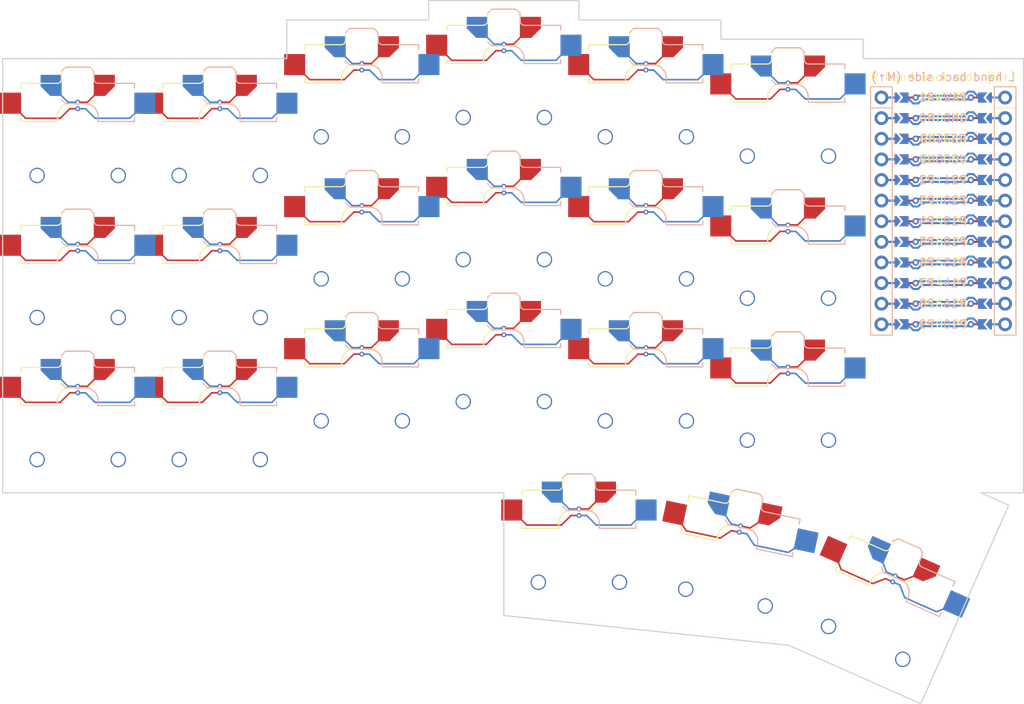
<source format=kicad_pcb>
(kicad_pcb (version 20240108) (generator "ergogen") (generator_version "4.1.0")
  (title_block (title "main") (date "2024-12-24") (rev "v1.0.0") (company "Unknown"))
  (layers (0 "F.Cu" signal) (31 "B.Cu" signal) (34 "B.Paste" user) (35 "F.Paste" user) (36 "B.SilkS" user "B.Silkscreen") (37 "F.SilkS" user "F.Silkscreen") (38 "B.Mask" user) (39 "F.Mask" user) (44 "Edge.Cuts" user))
  (net 0 "")
  (net 1 "outer_bottom")
  (net 2 "GND")
  (net 3 "D1")
  (net 4 "D2")
  (net 5 "outer_home")
  (net 6 "outer_top")
  (net 7 "pinky_bottom")
  (net 8 "pinky_home")
  (net 9 "pinky_top")
  (net 10 "ring_bottom")
  (net 11 "ring_home")
  (net 12 "ring_top")
  (net 13 "middle_bottom")
  (net 14 "middle_home")
  (net 15 "middle_top")
  (net 16 "index_bottom")
  (net 17 "index_home")
  (net 18 "index_top")
  (net 19 "inner_bottom")
  (net 20 "inner_home")
  (net 21 "inner_top")
  (net 22 "outer_cluster")
  (net 23 "middle_cluster")
  (net 24 "inner_cluster")
  (net 25 "RAW")
  (net 26 "RST")
  (net 27 "VCC")
  (net 28 "P21")
  (net 29 "P20")
  (net 30 "P19")
  (net 31 "P18")
  (net 32 "P15")
  (net 33 "P14")
  (net 34 "P16")
  (net 35 "P10")
  (net 36 "P1")
  (net 37 "P0")
  (net 38 "P2")
  (net 39 "P3")
  (net 40 "P4")
  (net 41 "P5")
  (net 42 "P6")
  (net 43 "P7")
  (net 44 "P8")
  (net 45 "P9")
  (net 46 "P101")
  (net 47 "P102")
  (net 48 "P107")
  (net 49 "MCU1_24")
  (net 50 "MCU1_1")
  (net 51 "MCU1_23")
  (net 52 "MCU1_2")
  (net 53 "MCU1_22")
  (net 54 "MCU1_3")
  (net 55 "MCU1_21")
  (net 56 "MCU1_4")
  (net 57 "MCU1_20")
  (net 58 "MCU1_5")
  (net 59 "MCU1_19")
  (net 60 "MCU1_6")
  (net 61 "MCU1_18")
  (net 62 "MCU1_7")
  (net 63 "MCU1_17")
  (net 64 "MCU1_8")
  (net 65 "MCU1_16")
  (net 66 "MCU1_9")
  (net 67 "MCU1_15")
  (net 68 "MCU1_10")
  (net 69 "MCU1_14")
  (net 70 "MCU1_11")
  (net 71 "MCU1_13")
  (net 72 "MCU1_12")
  (footprint "ceoloide:switch_choc_v1_v2" (layer "B.Cu") (at 0 0 0)
    (property "Reference" "S1" hide)
  )
  (segment (start 3.275 -5.95) (end 1.2 -3.875) (width 0.2) (layer "F.Cu") (net 0))
  (segment (start 1.2 -3.875) (end 0 -3.875) (width 0.2) (layer "F.Cu") (net 0))
  (via (at 0 -3.875) (size 0.6) (drill 0.3) (layers "F.Cu" "B.Cu") (net 0))
  (segment (start -1.2 -3.875) (end 0 -3.875) (width 0.2) (layer "B.Cu") (net 0))
  (segment (start -3.275 -5.95) (end -1.2 -3.875) (width 0.2) (layer "B.Cu") (net 0))
  (segment (start -6.421 -1.896) (end -2.154 -1.896) (width 0.2) (layer "F.Cu") (net 1))
  (segment (start -0.975 -3.075) (end 0 -3.075) (width 0.2) (layer "F.Cu") (net 1))
  (segment (start -8.275 -3.75) (end -6.421 -1.896) (width 0.2) (layer "F.Cu") (net 1))
  (segment (start -2.154 -1.896) (end -0.975 -3.075) (width 0.2) (layer "F.Cu") (net 1))
  (via (at 0 -3.075) (size 0.6) (drill 0.3) (layers "F.Cu" "B.Cu") (net 1))
  (segment (start 2.140166 -1.896) (end 0.961166 -3.075) (width 0.2) (layer "B.Cu") (net 1))
  (segment (start 6.421 -1.896) (end 2.140166 -1.896) (width 0.2) (layer "B.Cu") (net 1))
  (segment (start 0.961166 -3.075) (end 0 -3.075) (width 0.2) (layer "B.Cu") (net 1))
  (segment (start 8.275 -3.75) (end 6.421 -1.896) (width 0.2) (layer "B.Cu") (net 1))
  (footprint "ceoloide:switch_choc_v1_v2" (layer "B.Cu") (at 0 -17.5 0)
    (property "Reference" "S2" hide)
  )
  (segment (start 3.275 -23.45) (end 1.2 -21.375) (width 0.2) (layer "F.Cu") (net 0))
  (segment (start 1.2 -21.375) (end 0 -21.375) (width 0.2) (layer "F.Cu") (net 0))
  (via (at 0 -21.375) (size 0.6) (drill 0.3) (layers "F.Cu" "B.Cu") (net 0))
  (segment (start -1.2 -21.375) (end 0 -21.375) (width 0.2) (layer "B.Cu") (net 0))
  (segment (start -3.275 -23.45) (end -1.2 -21.375) (width 0.2) (layer "B.Cu") (net 0))
  (segment (start -6.421 -19.396) (end -2.154 -19.396) (width 0.2) (layer "F.Cu") (net 5))
  (segment (start -0.975 -20.575) (end 0 -20.575) (width 0.2) (layer "F.Cu") (net 5))
  (segment (start -8.275 -21.25) (end -6.421 -19.396) (width 0.2) (layer "F.Cu") (net 5))
  (segment (start -2.154 -19.396) (end -0.975 -20.575) (width 0.2) (layer "F.Cu") (net 5))
  (via (at 0 -20.575) (size 0.6) (drill 0.3) (layers "F.Cu" "B.Cu") (net 5))
  (segment (start 2.140166 -19.396) (end 0.961166 -20.575) (width 0.2) (layer "B.Cu") (net 5))
  (segment (start 6.421 -19.396) (end 2.140166 -19.396) (width 0.2) (layer "B.Cu") (net 5))
  (segment (start 0.961166 -20.575) (end 0 -20.575) (width 0.2) (layer "B.Cu") (net 5))
  (segment (start 8.275 -21.25) (end 6.421 -19.396) (width 0.2) (layer "B.Cu") (net 5))
  (footprint "ceoloide:switch_choc_v1_v2" (layer "B.Cu") (at 0 -35 0)
    (property "Reference" "S3" hide)
  )
  (segment (start 3.275 -40.95) (end 1.2 -38.875) (width 0.2) (layer "F.Cu") (net 0))
  (segment (start 1.2 -38.875) (end 0 -38.875) (width 0.2) (layer "F.Cu") (net 0))
  (via (at 0 -38.875) (size 0.6) (drill 0.3) (layers "F.Cu" "B.Cu") (net 0))
  (segment (start -1.2 -38.875) (end 0 -38.875) (width 0.2) (layer "B.Cu") (net 0))
  (segment (start -3.275 -40.95) (end -1.2 -38.875) (width 0.2) (layer "B.Cu") (net 0))
  (segment (start -6.421 -36.896) (end -2.154 -36.896) (width 0.2) (layer "F.Cu") (net 6))
  (segment (start -0.975 -38.075) (end 0 -38.075) (width 0.2) (layer "F.Cu") (net 6))
  (segment (start -8.275 -38.75) (end -6.421 -36.896) (width 0.2) (layer "F.Cu") (net 6))
  (segment (start -2.154 -36.896) (end -0.975 -38.075) (width 0.2) (layer "F.Cu") (net 6))
  (via (at 0 -38.075) (size 0.6) (drill 0.3) (layers "F.Cu" "B.Cu") (net 6))
  (segment (start 2.140166 -36.896) (end 0.961166 -38.075) (width 0.2) (layer "B.Cu") (net 6))
  (segment (start 6.421 -36.896) (end 2.140166 -36.896) (width 0.2) (layer "B.Cu") (net 6))
  (segment (start 0.961166 -38.075) (end 0 -38.075) (width 0.2) (layer "B.Cu") (net 6))
  (segment (start 8.275 -38.75) (end 6.421 -36.896) (width 0.2) (layer "B.Cu") (net 6))
  (footprint "ceoloide:switch_choc_v1_v2" (layer "B.Cu") (at 17.5 0 0)
    (property "Reference" "S4" hide)
  )
  (segment (start 20.775 -5.95) (end 18.7 -3.875) (width 0.2) (layer "F.Cu") (net 0))
  (segment (start 18.7 -3.875) (end 17.5 -3.875) (width 0.2) (layer "F.Cu") (net 0))
  (via (at 17.5 -3.875) (size 0.6) (drill 0.3) (layers "F.Cu" "B.Cu") (net 0))
  (segment (start 16.3 -3.875) (end 17.5 -3.875) (width 0.2) (layer "B.Cu") (net 0))
  (segment (start 14.225 -5.95) (end 16.3 -3.875) (width 0.2) (layer "B.Cu") (net 0))
  (segment (start 11.079 -1.896) (end 15.346 -1.896) (width 0.2) (layer "F.Cu") (net 7))
  (segment (start 16.525 -3.075) (end 17.5 -3.075) (width 0.2) (layer "F.Cu") (net 7))
  (segment (start 9.225 -3.75) (end 11.079 -1.896) (width 0.2) (layer "F.Cu") (net 7))
  (segment (start 15.346 -1.896) (end 16.525 -3.075) (width 0.2) (layer "F.Cu") (net 7))
  (via (at 17.5 -3.075) (size 0.6) (drill 0.3) (layers "F.Cu" "B.Cu") (net 7))
  (segment (start 19.640166 -1.896) (end 18.461166 -3.075) (width 0.2) (layer "B.Cu") (net 7))
  (segment (start 23.921 -1.896) (end 19.640166 -1.896) (width 0.2) (layer "B.Cu") (net 7))
  (segment (start 18.461166 -3.075) (end 17.5 -3.075) (width 0.2) (layer "B.Cu") (net 7))
  (segment (start 25.775 -3.75) (end 23.921 -1.896) (width 0.2) (layer "B.Cu") (net 7))
  (footprint "ceoloide:switch_choc_v1_v2" (layer "B.Cu") (at 17.5 -17.5 0)
    (property "Reference" "S5" hide)
  )
  (segment (start 20.775 -23.45) (end 18.7 -21.375) (width 0.2) (layer "F.Cu") (net 0))
  (segment (start 18.7 -21.375) (end 17.5 -21.375) (width 0.2) (layer "F.Cu") (net 0))
  (via (at 17.5 -21.375) (size 0.6) (drill 0.3) (layers "F.Cu" "B.Cu") (net 0))
  (segment (start 16.3 -21.375) (end 17.5 -21.375) (width 0.2) (layer "B.Cu") (net 0))
  (segment (start 14.225 -23.45) (end 16.3 -21.375) (width 0.2) (layer "B.Cu") (net 0))
  (segment (start 11.079 -19.396) (end 15.346 -19.396) (width 0.2) (layer "F.Cu") (net 8))
  (segment (start 16.525 -20.575) (end 17.5 -20.575) (width 0.2) (layer "F.Cu") (net 8))
  (segment (start 9.225 -21.25) (end 11.079 -19.396) (width 0.2) (layer "F.Cu") (net 8))
  (segment (start 15.346 -19.396) (end 16.525 -20.575) (width 0.2) (layer "F.Cu") (net 8))
  (via (at 17.5 -20.575) (size 0.6) (drill 0.3) (layers "F.Cu" "B.Cu") (net 8))
  (segment (start 19.640166 -19.396) (end 18.461166 -20.575) (width 0.2) (layer "B.Cu") (net 8))
  (segment (start 23.921 -19.396) (end 19.640166 -19.396) (width 0.2) (layer "B.Cu") (net 8))
  (segment (start 18.461166 -20.575) (end 17.5 -20.575) (width 0.2) (layer "B.Cu") (net 8))
  (segment (start 25.775 -21.25) (end 23.921 -19.396) (width 0.2) (layer "B.Cu") (net 8))
  (footprint "ceoloide:switch_choc_v1_v2" (layer "B.Cu") (at 17.5 -35 0)
    (property "Reference" "S6" hide)
  )
  (segment (start 20.775 -40.95) (end 18.7 -38.875) (width 0.2) (layer "F.Cu") (net 0))
  (segment (start 18.7 -38.875) (end 17.5 -38.875) (width 0.2) (layer "F.Cu") (net 0))
  (via (at 17.5 -38.875) (size 0.6) (drill 0.3) (layers "F.Cu" "B.Cu") (net 0))
  (segment (start 16.3 -38.875) (end 17.5 -38.875) (width 0.2) (layer "B.Cu") (net 0))
  (segment (start 14.225 -40.95) (end 16.3 -38.875) (width 0.2) (layer "B.Cu") (net 0))
  (segment (start 11.079 -36.896) (end 15.346 -36.896) (width 0.2) (layer "F.Cu") (net 9))
  (segment (start 16.525 -38.075) (end 17.5 -38.075) (width 0.2) (layer "F.Cu") (net 9))
  (segment (start 9.225 -38.75) (end 11.079 -36.896) (width 0.2) (layer "F.Cu") (net 9))
  (segment (start 15.346 -36.896) (end 16.525 -38.075) (width 0.2) (layer "F.Cu") (net 9))
  (via (at 17.5 -38.075) (size 0.6) (drill 0.3) (layers "F.Cu" "B.Cu") (net 9))
  (segment (start 19.640166 -36.896) (end 18.461166 -38.075) (width 0.2) (layer "B.Cu") (net 9))
  (segment (start 23.921 -36.896) (end 19.640166 -36.896) (width 0.2) (layer "B.Cu") (net 9))
  (segment (start 18.461166 -38.075) (end 17.5 -38.075) (width 0.2) (layer "B.Cu") (net 9))
  (segment (start 25.775 -38.75) (end 23.921 -36.896) (width 0.2) (layer "B.Cu") (net 9))
  (footprint "ceoloide:switch_choc_v1_v2" (layer "B.Cu") (at 35 -4.762 0)
    (property "Reference" "S7" hide)
  )
  (segment (start 38.275 -10.712) (end 36.2 -8.637) (width 0.2) (layer "F.Cu") (net 0))
  (segment (start 36.2 -8.637) (end 35 -8.637) (width 0.2) (layer "F.Cu") (net 0))
  (via (at 35 -8.637) (size 0.6) (drill 0.3) (layers "F.Cu" "B.Cu") (net 0))
  (segment (start 33.8 -8.637) (end 35 -8.637) (width 0.2) (layer "B.Cu") (net 0))
  (segment (start 31.725 -10.712) (end 33.8 -8.637) (width 0.2) (layer "B.Cu") (net 0))
  (segment (start 28.579 -6.6579999999999995) (end 32.846000000000004 -6.6579999999999995) (width 0.2) (layer "F.Cu") (net 10))
  (segment (start 34.025 -7.837) (end 35 -7.837) (width 0.2) (layer "F.Cu") (net 10))
  (segment (start 26.725 -8.512) (end 28.579 -6.6579999999999995) (width 0.2) (layer "F.Cu") (net 10))
  (segment (start 32.846000000000004 -6.6579999999999995) (end 34.025 -7.837) (width 0.2) (layer "F.Cu") (net 10))
  (via (at 35 -7.837) (size 0.6) (drill 0.3) (layers "F.Cu" "B.Cu") (net 10))
  (segment (start 37.140166 -6.6579999999999995) (end 35.961166 -7.837) (width 0.2) (layer "B.Cu") (net 10))
  (segment (start 41.421 -6.6579999999999995) (end 37.140166 -6.6579999999999995) (width 0.2) (layer "B.Cu") (net 10))
  (segment (start 35.961166 -7.837) (end 35 -7.837) (width 0.2) (layer "B.Cu") (net 10))
  (segment (start 43.275 -8.512) (end 41.421 -6.6579999999999995) (width 0.2) (layer "B.Cu") (net 10))
  (footprint "ceoloide:switch_choc_v1_v2" (layer "B.Cu") (at 35 -22.262 0)
    (property "Reference" "S8" hide)
  )
  (segment (start 38.275 -28.212) (end 36.2 -26.137) (width 0.2) (layer "F.Cu") (net 0))
  (segment (start 36.2 -26.137) (end 35 -26.137) (width 0.2) (layer "F.Cu") (net 0))
  (via (at 35 -26.137) (size 0.6) (drill 0.3) (layers "F.Cu" "B.Cu") (net 0))
  (segment (start 33.8 -26.137) (end 35 -26.137) (width 0.2) (layer "B.Cu") (net 0))
  (segment (start 31.725 -28.212) (end 33.8 -26.137) (width 0.2) (layer "B.Cu") (net 0))
  (segment (start 28.579 -24.158) (end 32.846000000000004 -24.158) (width 0.2) (layer "F.Cu") (net 11))
  (segment (start 34.025 -25.337) (end 35 -25.337) (width 0.2) (layer "F.Cu") (net 11))
  (segment (start 26.725 -26.012) (end 28.579 -24.158) (width 0.2) (layer "F.Cu") (net 11))
  (segment (start 32.846000000000004 -24.158) (end 34.025 -25.337) (width 0.2) (layer "F.Cu") (net 11))
  (via (at 35 -25.337) (size 0.6) (drill 0.3) (layers "F.Cu" "B.Cu") (net 11))
  (segment (start 37.140166 -24.158) (end 35.961166 -25.337) (width 0.2) (layer "B.Cu") (net 11))
  (segment (start 41.421 -24.158) (end 37.140166 -24.158) (width 0.2) (layer "B.Cu") (net 11))
  (segment (start 35.961166 -25.337) (end 35 -25.337) (width 0.2) (layer "B.Cu") (net 11))
  (segment (start 43.275 -26.012) (end 41.421 -24.158) (width 0.2) (layer "B.Cu") (net 11))
  (footprint "ceoloide:switch_choc_v1_v2" (layer "B.Cu") (at 35 -39.762 0)
    (property "Reference" "S9" hide)
  )
  (segment (start 38.275 -45.712) (end 36.2 -43.637) (width 0.2) (layer "F.Cu") (net 0))
  (segment (start 36.2 -43.637) (end 35 -43.637) (width 0.2) (layer "F.Cu") (net 0))
  (via (at 35 -43.637) (size 0.6) (drill 0.3) (layers "F.Cu" "B.Cu") (net 0))
  (segment (start 33.8 -43.637) (end 35 -43.637) (width 0.2) (layer "B.Cu") (net 0))
  (segment (start 31.725 -45.712) (end 33.8 -43.637) (width 0.2) (layer "B.Cu") (net 0))
  (segment (start 28.579 -41.658) (end 32.846000000000004 -41.658) (width 0.2) (layer "F.Cu") (net 12))
  (segment (start 34.025 -42.837) (end 35 -42.837) (width 0.2) (layer "F.Cu") (net 12))
  (segment (start 26.725 -43.512) (end 28.579 -41.658) (width 0.2) (layer "F.Cu") (net 12))
  (segment (start 32.846000000000004 -41.658) (end 34.025 -42.837) (width 0.2) (layer "F.Cu") (net 12))
  (via (at 35 -42.837) (size 0.6) (drill 0.3) (layers "F.Cu" "B.Cu") (net 12))
  (segment (start 37.140166 -41.658) (end 35.961166 -42.837) (width 0.2) (layer "B.Cu") (net 12))
  (segment (start 41.421 -41.658) (end 37.140166 -41.658) (width 0.2) (layer "B.Cu") (net 12))
  (segment (start 35.961166 -42.837) (end 35 -42.837) (width 0.2) (layer "B.Cu") (net 12))
  (segment (start 43.275 -43.512) (end 41.421 -41.658) (width 0.2) (layer "B.Cu") (net 12))
  (footprint "ceoloide:switch_choc_v1_v2" (layer "B.Cu") (at 52.5 -7.143 0)
    (property "Reference" "S10" hide)
  )
  (segment (start 55.775 -13.093) (end 53.7 -11.018) (width 0.2) (layer "F.Cu") (net 0))
  (segment (start 53.7 -11.018) (end 52.5 -11.018) (width 0.2) (layer "F.Cu") (net 0))
  (via (at 52.5 -11.018) (size 0.6) (drill 0.3) (layers "F.Cu" "B.Cu") (net 0))
  (segment (start 51.3 -11.018) (end 52.5 -11.018) (width 0.2) (layer "B.Cu") (net 0))
  (segment (start 49.225 -13.093) (end 51.3 -11.018) (width 0.2) (layer "B.Cu") (net 0))
  (segment (start 46.079 -9.039) (end 50.346000000000004 -9.039) (width 0.2) (layer "F.Cu") (net 13))
  (segment (start 51.525 -10.218) (end 52.5 -10.218) (width 0.2) (layer "F.Cu") (net 13))
  (segment (start 44.225 -10.893) (end 46.079 -9.039) (width 0.2) (layer "F.Cu") (net 13))
  (segment (start 50.346000000000004 -9.039) (end 51.525 -10.218) (width 0.2) (layer "F.Cu") (net 13))
  (via (at 52.5 -10.218) (size 0.6) (drill 0.3) (layers "F.Cu" "B.Cu") (net 13))
  (segment (start 54.640166 -9.039) (end 53.461166 -10.218) (width 0.2) (layer "B.Cu") (net 13))
  (segment (start 58.921 -9.039) (end 54.640166 -9.039) (width 0.2) (layer "B.Cu") (net 13))
  (segment (start 53.461166 -10.218) (end 52.5 -10.218) (width 0.2) (layer "B.Cu") (net 13))
  (segment (start 60.775 -10.893) (end 58.921 -9.039) (width 0.2) (layer "B.Cu") (net 13))
  (footprint "ceoloide:switch_choc_v1_v2" (layer "B.Cu") (at 52.5 -24.643 0)
    (property "Reference" "S11" hide)
  )
  (segment (start 55.775 -30.593) (end 53.7 -28.518) (width 0.2) (layer "F.Cu") (net 0))
  (segment (start 53.7 -28.518) (end 52.5 -28.518) (width 0.2) (layer "F.Cu") (net 0))
  (via (at 52.5 -28.518) (size 0.6) (drill 0.3) (layers "F.Cu" "B.Cu") (net 0))
  (segment (start 51.3 -28.518) (end 52.5 -28.518) (width 0.2) (layer "B.Cu") (net 0))
  (segment (start 49.225 -30.593) (end 51.3 -28.518) (width 0.2) (layer "B.Cu") (net 0))
  (segment (start 46.079 -26.539) (end 50.346000000000004 -26.539) (width 0.2) (layer "F.Cu") (net 14))
  (segment (start 51.525 -27.718) (end 52.5 -27.718) (width 0.2) (layer "F.Cu") (net 14))
  (segment (start 44.225 -28.393) (end 46.079 -26.539) (width 0.2) (layer "F.Cu") (net 14))
  (segment (start 50.346000000000004 -26.539) (end 51.525 -27.718) (width 0.2) (layer "F.Cu") (net 14))
  (via (at 52.5 -27.718) (size 0.6) (drill 0.3) (layers "F.Cu" "B.Cu") (net 14))
  (segment (start 54.640166 -26.539) (end 53.461166 -27.718) (width 0.2) (layer "B.Cu") (net 14))
  (segment (start 58.921 -26.539) (end 54.640166 -26.539) (width 0.2) (layer "B.Cu") (net 14))
  (segment (start 53.461166 -27.718) (end 52.5 -27.718) (width 0.2) (layer "B.Cu") (net 14))
  (segment (start 60.775 -28.393) (end 58.921 -26.539) (width 0.2) (layer "B.Cu") (net 14))
  (footprint "ceoloide:switch_choc_v1_v2" (layer "B.Cu") (at 52.5 -42.143 0)
    (property "Reference" "S12" hide)
  )
  (segment (start 55.775 -48.093) (end 53.7 -46.018) (width 0.2) (layer "F.Cu") (net 0))
  (segment (start 53.7 -46.018) (end 52.5 -46.018) (width 0.2) (layer "F.Cu") (net 0))
  (via (at 52.5 -46.018) (size 0.6) (drill 0.3) (layers "F.Cu" "B.Cu") (net 0))
  (segment (start 51.3 -46.018) (end 52.5 -46.018) (width 0.2) (layer "B.Cu") (net 0))
  (segment (start 49.225 -48.093) (end 51.3 -46.018) (width 0.2) (layer "B.Cu") (net 0))
  (segment (start 46.079 -44.039) (end 50.346000000000004 -44.039) (width 0.2) (layer "F.Cu") (net 15))
  (segment (start 51.525 -45.218) (end 52.5 -45.218) (width 0.2) (layer "F.Cu") (net 15))
  (segment (start 44.225 -45.893) (end 46.079 -44.039) (width 0.2) (layer "F.Cu") (net 15))
  (segment (start 50.346000000000004 -44.039) (end 51.525 -45.218) (width 0.2) (layer "F.Cu") (net 15))
  (via (at 52.5 -45.218) (size 0.6) (drill 0.3) (layers "F.Cu" "B.Cu") (net 15))
  (segment (start 54.640166 -44.039) (end 53.461166 -45.218) (width 0.2) (layer "B.Cu") (net 15))
  (segment (start 58.921 -44.039) (end 54.640166 -44.039) (width 0.2) (layer "B.Cu") (net 15))
  (segment (start 53.461166 -45.218) (end 52.5 -45.218) (width 0.2) (layer "B.Cu") (net 15))
  (segment (start 60.775 -45.893) (end 58.921 -44.039) (width 0.2) (layer "B.Cu") (net 15))
  (footprint "ceoloide:switch_choc_v1_v2" (layer "B.Cu") (at 70 -4.762 0)
    (property "Reference" "S13" hide)
  )
  (segment (start 73.275 -10.712) (end 71.2 -8.637) (width 0.2) (layer "F.Cu") (net 0))
  (segment (start 71.2 -8.637) (end 70 -8.637) (width 0.2) (layer "F.Cu") (net 0))
  (via (at 70 -8.637) (size 0.6) (drill 0.3) (layers "F.Cu" "B.Cu") (net 0))
  (segment (start 68.8 -8.637) (end 70 -8.637) (width 0.2) (layer "B.Cu") (net 0))
  (segment (start 66.725 -10.712) (end 68.8 -8.637) (width 0.2) (layer "B.Cu") (net 0))
  (segment (start 63.579 -6.6579999999999995) (end 67.846 -6.6579999999999995) (width 0.2) (layer "F.Cu") (net 16))
  (segment (start 69.025 -7.837) (end 70 -7.837) (width 0.2) (layer "F.Cu") (net 16))
  (segment (start 61.725 -8.512) (end 63.579 -6.6579999999999995) (width 0.2) (layer "F.Cu") (net 16))
  (segment (start 67.846 -6.6579999999999995) (end 69.025 -7.837) (width 0.2) (layer "F.Cu") (net 16))
  (via (at 70 -7.837) (size 0.6) (drill 0.3) (layers "F.Cu" "B.Cu") (net 16))
  (segment (start 72.140166 -6.6579999999999995) (end 70.961166 -7.837) (width 0.2) (layer "B.Cu") (net 16))
  (segment (start 76.421 -6.6579999999999995) (end 72.140166 -6.6579999999999995) (width 0.2) (layer "B.Cu") (net 16))
  (segment (start 70.961166 -7.837) (end 70 -7.837) (width 0.2) (layer "B.Cu") (net 16))
  (segment (start 78.275 -8.512) (end 76.421 -6.6579999999999995) (width 0.2) (layer "B.Cu") (net 16))
  (footprint "ceoloide:switch_choc_v1_v2" (layer "B.Cu") (at 70 -22.262 0)
    (property "Reference" "S14" hide)
  )
  (segment (start 73.275 -28.212) (end 71.2 -26.137) (width 0.2) (layer "F.Cu") (net 0))
  (segment (start 71.2 -26.137) (end 70 -26.137) (width 0.2) (layer "F.Cu") (net 0))
  (via (at 70 -26.137) (size 0.6) (drill 0.3) (layers "F.Cu" "B.Cu") (net 0))
  (segment (start 68.8 -26.137) (end 70 -26.137) (width 0.2) (layer "B.Cu") (net 0))
  (segment (start 66.725 -28.212) (end 68.8 -26.137) (width 0.2) (layer "B.Cu") (net 0))
  (segment (start 63.579 -24.158) (end 67.846 -24.158) (width 0.2) (layer "F.Cu") (net 17))
  (segment (start 69.025 -25.337) (end 70 -25.337) (width 0.2) (layer "F.Cu") (net 17))
  (segment (start 61.725 -26.012) (end 63.579 -24.158) (width 0.2) (layer "F.Cu") (net 17))
  (segment (start 67.846 -24.158) (end 69.025 -25.337) (width 0.2) (layer "F.Cu") (net 17))
  (via (at 70 -25.337) (size 0.6) (drill 0.3) (layers "F.Cu" "B.Cu") (net 17))
  (segment (start 72.140166 -24.158) (end 70.961166 -25.337) (width 0.2) (layer "B.Cu") (net 17))
  (segment (start 76.421 -24.158) (end 72.140166 -24.158) (width 0.2) (layer "B.Cu") (net 17))
  (segment (start 70.961166 -25.337) (end 70 -25.337) (width 0.2) (layer "B.Cu") (net 17))
  (segment (start 78.275 -26.012) (end 76.421 -24.158) (width 0.2) (layer "B.Cu") (net 17))
  (footprint "ceoloide:switch_choc_v1_v2" (layer "B.Cu") (at 70 -39.762 0)
    (property "Reference" "S15" hide)
  )
  (segment (start 73.275 -45.712) (end 71.2 -43.637) (width 0.2) (layer "F.Cu") (net 0))
  (segment (start 71.2 -43.637) (end 70 -43.637) (width 0.2) (layer "F.Cu") (net 0))
  (via (at 70 -43.637) (size 0.6) (drill 0.3) (layers "F.Cu" "B.Cu") (net 0))
  (segment (start 68.8 -43.637) (end 70 -43.637) (width 0.2) (layer "B.Cu") (net 0))
  (segment (start 66.725 -45.712) (end 68.8 -43.637) (width 0.2) (layer "B.Cu") (net 0))
  (segment (start 63.579 -41.658) (end 67.846 -41.658) (width 0.2) (layer "F.Cu") (net 18))
  (segment (start 69.025 -42.837) (end 70 -42.837) (width 0.2) (layer "F.Cu") (net 18))
  (segment (start 61.725 -43.512) (end 63.579 -41.658) (width 0.2) (layer "F.Cu") (net 18))
  (segment (start 67.846 -41.658) (end 69.025 -42.837) (width 0.2) (layer "F.Cu") (net 18))
  (via (at 70 -42.837) (size 0.6) (drill 0.3) (layers "F.Cu" "B.Cu") (net 18))
  (segment (start 72.140166 -41.658) (end 70.961166 -42.837) (width 0.2) (layer "B.Cu") (net 18))
  (segment (start 76.421 -41.658) (end 72.140166 -41.658) (width 0.2) (layer "B.Cu") (net 18))
  (segment (start 70.961166 -42.837) (end 70 -42.837) (width 0.2) (layer "B.Cu") (net 18))
  (segment (start 78.275 -43.512) (end 76.421 -41.658) (width 0.2) (layer "B.Cu") (net 18))
  (footprint "ceoloide:switch_choc_v1_v2" (layer "B.Cu") (at 87.5 -2.381 0)
    (property "Reference" "S16" hide)
  )
  (segment (start 90.775 -8.331) (end 88.7 -6.256) (width 0.2) (layer "F.Cu") (net 0))
  (segment (start 88.7 -6.256) (end 87.5 -6.256) (width 0.2) (layer "F.Cu") (net 0))
  (via (at 87.5 -6.256) (size 0.6) (drill 0.3) (layers "F.Cu" "B.Cu") (net 0))
  (segment (start 86.3 -6.256) (end 87.5 -6.256) (width 0.2) (layer "B.Cu") (net 0))
  (segment (start 84.225 -8.331) (end 86.3 -6.256) (width 0.2) (layer "B.Cu") (net 0))
  (segment (start 81.079 -4.276999999999999) (end 85.346 -4.276999999999999) (width 0.2) (layer "F.Cu") (net 19))
  (segment (start 86.525 -5.4559999999999995) (end 87.5 -5.4559999999999995) (width 0.2) (layer "F.Cu") (net 19))
  (segment (start 79.225 -6.131) (end 81.079 -4.276999999999999) (width 0.2) (layer "F.Cu") (net 19))
  (segment (start 85.346 -4.276999999999999) (end 86.525 -5.4559999999999995) (width 0.2) (layer "F.Cu") (net 19))
  (via (at 87.5 -5.4559999999999995) (size 0.6) (drill 0.3) (layers "F.Cu" "B.Cu") (net 19))
  (segment (start 89.640166 -4.276999999999999) (end 88.461166 -5.4559999999999995) (width 0.2) (layer "B.Cu") (net 19))
  (segment (start 93.921 -4.276999999999999) (end 89.640166 -4.276999999999999) (width 0.2) (layer "B.Cu") (net 19))
  (segment (start 88.461166 -5.4559999999999995) (end 87.5 -5.4559999999999995) (width 0.2) (layer "B.Cu") (net 19))
  (segment (start 95.775 -6.131) (end 93.921 -4.276999999999999) (width 0.2) (layer "B.Cu") (net 19))
  (footprint "ceoloide:switch_choc_v1_v2" (layer "B.Cu") (at 87.5 -19.881 0)
    (property "Reference" "S17" hide)
  )
  (segment (start 90.775 -25.831) (end 88.7 -23.756) (width 0.2) (layer "F.Cu") (net 0))
  (segment (start 88.7 -23.756) (end 87.5 -23.756) (width 0.2) (layer "F.Cu") (net 0))
  (via (at 87.5 -23.756) (size 0.6) (drill 0.3) (layers "F.Cu" "B.Cu") (net 0))
  (segment (start 86.3 -23.756) (end 87.5 -23.756) (width 0.2) (layer "B.Cu") (net 0))
  (segment (start 84.225 -25.831) (end 86.3 -23.756) (width 0.2) (layer "B.Cu") (net 0))
  (segment (start 81.079 -21.777) (end 85.346 -21.777) (width 0.2) (layer "F.Cu") (net 20))
  (segment (start 86.525 -22.956) (end 87.5 -22.956) (width 0.2) (layer "F.Cu") (net 20))
  (segment (start 79.225 -23.631) (end 81.079 -21.777) (width 0.2) (layer "F.Cu") (net 20))
  (segment (start 85.346 -21.777) (end 86.525 -22.956) (width 0.2) (layer "F.Cu") (net 20))
  (via (at 87.5 -22.956) (size 0.6) (drill 0.3) (layers "F.Cu" "B.Cu") (net 20))
  (segment (start 89.640166 -21.777) (end 88.461166 -22.956) (width 0.2) (layer "B.Cu") (net 20))
  (segment (start 93.921 -21.777) (end 89.640166 -21.777) (width 0.2) (layer "B.Cu") (net 20))
  (segment (start 88.461166 -22.956) (end 87.5 -22.956) (width 0.2) (layer "B.Cu") (net 20))
  (segment (start 95.775 -23.631) (end 93.921 -21.777) (width 0.2) (layer "B.Cu") (net 20))
  (footprint "ceoloide:switch_choc_v1_v2" (layer "B.Cu") (at 87.5 -37.381 0)
    (property "Reference" "S18" hide)
  )
  (segment (start 90.775 -43.331) (end 88.7 -41.256) (width 0.2) (layer "F.Cu") (net 0))
  (segment (start 88.7 -41.256) (end 87.5 -41.256) (width 0.2) (layer "F.Cu") (net 0))
  (via (at 87.5 -41.256) (size 0.6) (drill 0.3) (layers "F.Cu" "B.Cu") (net 0))
  (segment (start 86.3 -41.256) (end 87.5 -41.256) (width 0.2) (layer "B.Cu") (net 0))
  (segment (start 84.225 -43.331) (end 86.3 -41.256) (width 0.2) (layer "B.Cu") (net 0))
  (segment (start 81.079 -39.277) (end 85.346 -39.277) (width 0.2) (layer "F.Cu") (net 21))
  (segment (start 86.525 -40.456) (end 87.5 -40.456) (width 0.2) (layer "F.Cu") (net 21))
  (segment (start 79.225 -41.131) (end 81.079 -39.277) (width 0.2) (layer "F.Cu") (net 21))
  (segment (start 85.346 -39.277) (end 86.525 -40.456) (width 0.2) (layer "F.Cu") (net 21))
  (via (at 87.5 -40.456) (size 0.6) (drill 0.3) (layers "F.Cu" "B.Cu") (net 21))
  (segment (start 89.640166 -39.277) (end 88.461166 -40.456) (width 0.2) (layer "B.Cu") (net 21))
  (segment (start 93.921 -39.277) (end 89.640166 -39.277) (width 0.2) (layer "B.Cu") (net 21))
  (segment (start 88.461166 -40.456) (end 87.5 -40.456) (width 0.2) (layer "B.Cu") (net 21))
  (segment (start 95.775 -41.131) (end 93.921 -39.277) (width 0.2) (layer "B.Cu") (net 21))
  (footprint "ceoloide:switch_choc_v1_v2" (layer "B.Cu") (at 61.75 15.119 0)
    (property "Reference" "S19" hide)
  )
  (segment (start 65.025 9.169) (end 62.95 11.244) (width 0.2) (layer "F.Cu") (net 0))
  (segment (start 62.95 11.244) (end 61.75 11.244) (width 0.2) (layer "F.Cu") (net 0))
  (via (at 61.75 11.244) (size 0.6) (drill 0.3) (layers "F.Cu" "B.Cu") (net 0))
  (segment (start 60.55 11.244) (end 61.75 11.244) (width 0.2) (layer "B.Cu") (net 0))
  (segment (start 58.475 9.169) (end 60.55 11.244) (width 0.2) (layer "B.Cu") (net 0))
  (segment (start 55.329 13.222999999999999) (end 59.596000000000004 13.222999999999999) (width 0.2) (layer "F.Cu") (net 22))
  (segment (start 60.775 12.044) (end 61.75 12.044) (width 0.2) (layer "F.Cu") (net 22))
  (segment (start 53.475 11.369) (end 55.329 13.222999999999999) (width 0.2) (layer "F.Cu") (net 22))
  (segment (start 59.596000000000004 13.222999999999999) (end 60.775 12.044) (width 0.2) (layer "F.Cu") (net 22))
  (via (at 61.75 12.044) (size 0.6) (drill 0.3) (layers "F.Cu" "B.Cu") (net 22))
  (segment (start 63.890166 13.222999999999999) (end 62.711166 12.044) (width 0.2) (layer "B.Cu") (net 22))
  (segment (start 68.171 13.222999999999999) (end 63.890166 13.222999999999999) (width 0.2) (layer "B.Cu") (net 22))
  (segment (start 62.711166 12.044) (end 61.75 12.044) (width 0.2) (layer "B.Cu") (net 22))
  (segment (start 70.025 11.369) (end 68.171 13.222999999999999) (width 0.2) (layer "B.Cu") (net 22))
  (footprint "ceoloide:switch_choc_v1_v2" (layer "B.Cu") (at 80.87095550000001 17.1185716 -11.94)
    (property "Reference" "S20" hide)
  )
  (segment (start 85.3060794 11.974856899999999) (end 82.84668140000001 13.5756728) (width 0.2) (layer "F.Cu") (net 0))
  (segment (start 82.84668140000001 13.5756728) (end 81.67264360000001 13.327407999999998) (width 0.2) (layer "F.Cu") (net 0))
  (via (at 81.67264360000001 13.327407999999998) (size 0.6) (drill 0.3) (layers "F.Cu" "B.Cu") (net 0))
  (segment (start 80.4986059 13.079143299999998) (end 81.67264360000001 13.327407999999998) (width 0.2) (layer "B.Cu") (net 0))
  (segment (start 78.89779000000001 10.619745299999998) (end 80.4986059 13.079143299999998) (width 0.2) (layer "B.Cu") (net 0))
  (segment (start 74.9811334 13.9351688) (end 79.155816 14.8179568) (width 0.2) (layer "F.Cu") (net 23))
  (segment (start 80.5532282 13.9083848) (end 81.5071338 14.1100999) (width 0.2) (layer "F.Cu") (net 23))
  (segment (start 73.55081410000001 11.7377115) (end 74.9811334 13.9351688) (width 0.2) (layer "F.Cu") (net 23))
  (segment (start 79.155816 14.8179568) (end 80.5532282 13.9083848) (width 0.2) (layer "F.Cu") (net 23))
  (via (at 81.5071338 14.1100999) (size 0.6) (drill 0.3) (layers "F.Cu" "B.Cu") (net 23))
  (segment (start 83.3570768 15.706365) (end 82.4475048 14.3089529) (width 0.2) (layer "B.Cu") (net 23))
  (segment (start 87.5452941 16.592015099999998) (end 83.3570768 15.706365) (width 0.2) (layer "B.Cu") (net 23))
  (segment (start 82.4475048 14.3089529) (end 81.5071338 14.1100999) (width 0.2) (layer "B.Cu") (net 23))
  (segment (start 89.7427514 15.1616957) (end 87.5452941 16.592015099999998) (width 0.2) (layer "B.Cu") (net 23))
  (footprint "ceoloide:switch_choc_v1_v2" (layer "B.Cu") (at 99.1645391 23.0307643 -23.88)
    (property "Reference" "S21" hide)
  )
  (segment (start 104.5678772 18.915905600000002) (end 101.8305004 19.973269300000002) (width 0.2) (layer "F.Cu") (net 0))
  (segment (start 101.8305004 19.973269300000002) (end 100.733226 19.4874824) (width 0.2) (layer "F.Cu") (net 0))
  (via (at 100.733226 19.4874824) (size 0.6) (drill 0.3) (layers "F.Cu" "B.Cu") (net 0))
  (segment (start 99.6359516 19.0016955) (end 100.733226 19.4874824) (width 0.2) (layer "B.Cu") (net 0))
  (segment (start 98.5785879 16.2643187) (end 99.6359516 19.0016955) (width 0.2) (layer "B.Cu") (net 0))
  (segment (start 94.06075009999999 18.697706) (end 97.9624749 20.4250833) (width 0.2) (layer "F.Cu") (net 24))
  (segment (start 99.5178326 19.824296800000003) (end 100.4093681 20.2189987) (width 0.2) (layer "F.Cu") (net 24))
  (segment (start 93.1160019 16.2518763) (end 94.06075009999999 18.697706) (width 0.2) (layer "F.Cu") (net 24))
  (segment (start 97.9624749 20.4250833) (end 99.5178326 19.824296800000003) (width 0.2) (layer "F.Cu") (net 24))
  (via (at 100.4093681 20.2189987) (size 0.6) (drill 0.3) (layers "F.Cu" "B.Cu") (net 24))
  (segment (start 101.8890402 22.163458000000002) (end 101.28825379999999 20.608100200000003) (width 0.2) (layer "B.Cu") (net 24))
  (segment (start 105.8034148 23.8964356) (end 101.8890402 22.163458000000002) (width 0.2) (layer "B.Cu") (net 24))
  (segment (start 101.28825379999999 20.608100200000003) (end 100.4093681 20.2189987) (width 0.2) (layer "B.Cu") (net 24))
  (segment (start 108.2492445 22.9516874) (end 105.8034148 23.8964356) (width 0.2) (layer "B.Cu") (net 24))
  (footprint "ceoloide:mcu_supermini_nrf52840" (layer "F.Cu") (at 106.64 -26.75 0)
    (property "Reference" "MCU1" hide)
  )
  (segment (start 111.415 -39.45) (end 110.04 -39.45) (width 0.25) (layer "F.Cu"))
  (segment (start 101.865 -39.45) (end 103.24 -39.45) (width 0.25) (layer "F.Cu"))
  (segment (start 99.02 -39.45) (end 101.14 -39.45) (width 0.25) (layer "F.Cu"))
  (segment (start 99.02 -39.45) (end 101.14 -39.45) (width 0.25) (layer "B.Cu"))
  (segment (start 112.14 -39.45) (end 114.26 -39.45) (width 0.25) (layer "F.Cu"))
  (segment (start 114.26 -39.45) (end 112.14 -39.45) (width 0.25) (layer "B.Cu"))
  (segment (start 104.035305 -39.22) (end 109.81 -39.22) (width 0.25) (layer "B.Cu"))
  (segment (start 101.865 -39.45) (end 102.214695 -39.45) (width 0.25) (layer "B.Cu"))
  (segment (start 102.939695 -38.725) (end 103.540305 -38.725) (width 0.25) (layer "B.Cu"))
  (segment (start 102.214695 -39.45) (end 102.939695 -38.725) (width 0.25) (layer "B.Cu"))
  (segment (start 103.540305 -38.725) (end 104.035305 -39.22) (width 0.25) (layer "B.Cu"))
  (segment (start 111.415 -39.45) (end 111.065305 -39.45) (width 0.25) (layer "B.Cu"))
  (segment (start 109.234695 -39.67) (end 103.46 -39.67) (width 0.25) (layer "B.Cu"))
  (segment (start 111.065305 -39.45) (end 110.340305 -40.175) (width 0.25) (layer "B.Cu"))
  (segment (start 110.340305 -40.175) (end 109.739695 -40.175) (width 0.25) (layer "B.Cu"))
  (segment (start 109.739695 -40.175) (end 109.234695 -39.67) (width 0.25) (layer "B.Cu"))
  (segment (start 111.415 -36.91) (end 110.04 -36.91) (width 0.25) (layer "F.Cu"))
  (segment (start 101.865 -36.91) (end 103.24 -36.91) (width 0.25) (layer "F.Cu"))
  (segment (start 99.02 -36.91) (end 101.14 -36.91) (width 0.25) (layer "F.Cu"))
  (segment (start 99.02 -36.91) (end 101.14 -36.91) (width 0.25) (layer "B.Cu"))
  (segment (start 112.14 -36.91) (end 114.26 -36.91) (width 0.25) (layer "F.Cu"))
  (segment (start 114.26 -36.91) (end 112.14 -36.91) (width 0.25) (layer "B.Cu"))
  (segment (start 104.035305 -36.68) (end 109.81 -36.68) (width 0.25) (layer "B.Cu"))
  (segment (start 101.865 -36.91) (end 102.214695 -36.91) (width 0.25) (layer "B.Cu"))
  (segment (start 102.939695 -36.185) (end 103.540305 -36.185) (width 0.25) (layer "B.Cu"))
  (segment (start 102.214695 -36.91) (end 102.939695 -36.185) (width 0.25) (layer "B.Cu"))
  (segment (start 103.540305 -36.185) (end 104.035305 -36.68) (width 0.25) (layer "B.Cu"))
  (segment (start 111.415 -36.91) (end 111.065305 -36.91) (width 0.25) (layer "B.Cu"))
  (segment (start 109.234695 -37.13) (end 103.46 -37.13) (width 0.25) (layer "B.Cu"))
  (segment (start 111.065305 -36.91) (end 110.340305 -37.635) (width 0.25) (layer "B.Cu"))
  (segment (start 110.340305 -37.635) (end 109.739695 -37.635) (width 0.25) (layer "B.Cu"))
  (segment (start 109.739695 -37.635) (end 109.234695 -37.13) (width 0.25) (layer "B.Cu"))
  (segment (start 111.415 -34.37) (end 110.04 -34.37) (width 0.25) (layer "F.Cu"))
  (segment (start 101.865 -34.37) (end 103.24 -34.37) (width 0.25) (layer "F.Cu"))
  (segment (start 99.02 -34.37) (end 101.14 -34.37) (width 0.25) (layer "F.Cu"))
  (segment (start 99.02 -34.37) (end 101.14 -34.37) (width 0.25) (layer "B.Cu"))
  (segment (start 112.14 -34.37) (end 114.26 -34.37) (width 0.25) (layer "F.Cu"))
  (segment (start 114.26 -34.37) (end 112.14 -34.37) (width 0.25) (layer "B.Cu"))
  (segment (start 104.035305 -34.14) (end 109.81 -34.14) (width 0.25) (layer "B.Cu"))
  (segment (start 101.865 -34.37) (end 102.214695 -34.37) (width 0.25) (layer "B.Cu"))
  (segment (start 102.939695 -33.644999999999996) (end 103.540305 -33.644999999999996) (width 0.25) (layer "B.Cu"))
  (segment (start 102.214695 -34.37) (end 102.939695 -33.644999999999996) (width 0.25) (layer "B.Cu"))
  (segment (start 103.540305 -33.644999999999996) (end 104.035305 -34.14) (width 0.25) (layer "B.Cu"))
  (segment (start 111.415 -34.37) (end 111.065305 -34.37) (width 0.25) (layer "B.Cu"))
  (segment (start 109.234695 -34.59) (end 103.46 -34.59) (width 0.25) (layer "B.Cu"))
  (segment (start 111.065305 -34.37) (end 110.340305 -35.095) (width 0.25) (layer "B.Cu"))
  (segment (start 110.340305 -35.095) (end 109.739695 -35.095) (width 0.25) (layer "B.Cu"))
  (segment (start 109.739695 -35.095) (end 109.234695 -34.59) (width 0.25) (layer "B.Cu"))
  (segment (start 111.415 -31.83) (end 110.04 -31.83) (width 0.25) (layer "F.Cu"))
  (segment (start 101.865 -31.83) (end 103.24 -31.83) (width 0.25) (layer "F.Cu"))
  (segment (start 99.02 -31.83) (end 101.14 -31.83) (width 0.25) (layer "F.Cu"))
  (segment (start 99.02 -31.83) (end 101.14 -31.83) (width 0.25) (layer "B.Cu"))
  (segment (start 112.14 -31.83) (end 114.26 -31.83) (width 0.25) (layer "F.Cu"))
  (segment (start 114.26 -31.83) (end 112.14 -31.83) (width 0.25) (layer "B.Cu"))
  (segment (start 104.035305 -31.6) (end 109.81 -31.6) (width 0.25) (layer "B.Cu"))
  (segment (start 101.865 -31.83) (end 102.214695 -31.83) (width 0.25) (layer "B.Cu"))
  (segment (start 102.939695 -31.105) (end 103.540305 -31.105) (width 0.25) (layer "B.Cu"))
  (segment (start 102.214695 -31.83) (end 102.939695 -31.105) (width 0.25) (layer "B.Cu"))
  (segment (start 103.540305 -31.105) (end 104.035305 -31.6) (width 0.25) (layer "B.Cu"))
  (segment (start 111.415 -31.83) (end 111.065305 -31.83) (width 0.25) (layer "B.Cu"))
  (segment (start 109.234695 -32.05) (end 103.46 -32.05) (width 0.25) (layer "B.Cu"))
  (segment (start 111.065305 -31.83) (end 110.340305 -32.555) (width 0.25) (layer "B.Cu"))
  (segment (start 110.340305 -32.555) (end 109.739695 -32.555) (width 0.25) (layer "B.Cu"))
  (segment (start 109.739695 -32.555) (end 109.234695 -32.05) (width 0.25) (layer "B.Cu"))
  (segment (start 111.415 -29.29) (end 110.04 -29.29) (width 0.25) (layer "F.Cu"))
  (segment (start 101.865 -29.29) (end 103.24 -29.29) (width 0.25) (layer "F.Cu"))
  (segment (start 99.02 -29.29) (end 101.14 -29.29) (width 0.25) (layer "F.Cu"))
  (segment (start 99.02 -29.29) (end 101.14 -29.29) (width 0.25) (layer "B.Cu"))
  (segment (start 112.14 -29.29) (end 114.26 -29.29) (width 0.25) (layer "F.Cu"))
  (segment (start 114.26 -29.29) (end 112.14 -29.29) (width 0.25) (layer "B.Cu"))
  (segment (start 104.035305 -29.06) (end 109.81 -29.06) (width 0.25) (layer "B.Cu"))
  (segment (start 101.865 -29.29) (end 102.214695 -29.29) (width 0.25) (layer "B.Cu"))
  (segment (start 102.939695 -28.565) (end 103.540305 -28.565) (width 0.25) (layer "B.Cu"))
  (segment (start 102.214695 -29.29) (end 102.939695 -28.565) (width 0.25) (layer "B.Cu"))
  (segment (start 103.540305 -28.565) (end 104.035305 -29.06) (width 0.25) (layer "B.Cu"))
  (segment (start 111.415 -29.29) (end 111.065305 -29.29) (width 0.25) (layer "B.Cu"))
  (segment (start 109.234695 -29.509999999999998) (end 103.46 -29.509999999999998) (width 0.25) (layer "B.Cu"))
  (segment (start 111.065305 -29.29) (end 110.340305 -30.015) (width 0.25) (layer "B.Cu"))
  (segment (start 110.340305 -30.015) (end 109.739695 -30.015) (width 0.25) (layer "B.Cu"))
  (segment (start 109.739695 -30.015) (end 109.234695 -29.509999999999998) (width 0.25) (layer "B.Cu"))
  (segment (start 111.415 -26.75) (end 110.04 -26.75) (width 0.25) (layer "F.Cu"))
  (segment (start 101.865 -26.75) (end 103.24 -26.75) (width 0.25) (layer "F.Cu"))
  (segment (start 99.02 -26.75) (end 101.14 -26.75) (width 0.25) (layer "F.Cu"))
  (segment (start 99.02 -26.75) (end 101.14 -26.75) (width 0.25) (layer "B.Cu"))
  (segment (start 112.14 -26.75) (end 114.26 -26.75) (width 0.25) (layer "F.Cu"))
  (segment (start 114.26 -26.75) (end 112.14 -26.75) (width 0.25) (layer "B.Cu"))
  (segment (start 104.035305 -26.52) (end 109.81 -26.52) (width 0.25) (layer "B.Cu"))
  (segment (start 101.865 -26.75) (end 102.214695 -26.75) (width 0.25) (layer "B.Cu"))
  (segment (start 102.939695 -26.025) (end 103.540305 -26.025) (width 0.25) (layer "B.Cu"))
  (segment (start 102.214695 -26.75) (end 102.939695 -26.025) (width 0.25) (layer "B.Cu"))
  (segment (start 103.540305 -26.025) (end 104.035305 -26.52) (width 0.25) (layer "B.Cu"))
  (segment (start 111.415 -26.75) (end 111.065305 -26.75) (width 0.25) (layer "B.Cu"))
  (segment (start 109.234695 -26.97) (end 103.46 -26.97) (width 0.25) (layer "B.Cu"))
  (segment (start 111.065305 -26.75) (end 110.340305 -27.475) (width 0.25) (layer "B.Cu"))
  (segment (start 110.340305 -27.475) (end 109.739695 -27.475) (width 0.25) (layer "B.Cu"))
  (segment (start 109.739695 -27.475) (end 109.234695 -26.97) (width 0.25) (layer "B.Cu"))
  (segment (start 111.415 -24.21) (end 110.04 -24.21) (width 0.25) (layer "F.Cu"))
  (segment (start 101.865 -24.21) (end 103.24 -24.21) (width 0.25) (layer "F.Cu"))
  (segment (start 99.02 -24.21) (end 101.14 -24.21) (width 0.25) (layer "F.Cu"))
  (segment (start 99.02 -24.21) (end 101.14 -24.21) (width 0.25) (layer "B.Cu"))
  (segment (start 112.14 -24.21) (end 114.26 -24.21) (width 0.25) (layer "F.Cu"))
  (segment (start 114.26 -24.21) (end 112.14 -24.21) (width 0.25) (layer "B.Cu"))
  (segment (start 104.035305 -23.98) (end 109.81 -23.98) (width 0.25) (layer "B.Cu"))
  (segment (start 101.865 -24.21) (end 102.214695 -24.21) (width 0.25) (layer "B.Cu"))
  (segment (start 102.939695 -23.485) (end 103.540305 -23.485) (width 0.25) (layer "B.Cu"))
  (segment (start 102.214695 -24.21) (end 102.939695 -23.485) (width 0.25) (layer "B.Cu"))
  (segment (start 103.540305 -23.485) (end 104.035305 -23.98) (width 0.25) (layer "B.Cu"))
  (segment (start 111.415 -24.21) (end 111.065305 -24.21) (width 0.25) (layer "B.Cu"))
  (segment (start 109.234695 -24.43) (end 103.46 -24.43) (width 0.25) (layer "B.Cu"))
  (segment (start 111.065305 -24.21) (end 110.340305 -24.935) (width 0.25) (layer "B.Cu"))
  (segment (start 110.340305 -24.935) (end 109.739695 -24.935) (width 0.25) (layer "B.Cu"))
  (segment (start 109.739695 -24.935) (end 109.234695 -24.43) (width 0.25) (layer "B.Cu"))
  (segment (start 111.415 -21.67) (end 110.04 -21.67) (width 0.25) (layer "F.Cu"))
  (segment (start 101.865 -21.67) (end 103.24 -21.67) (width 0.25) (layer "F.Cu"))
  (segment (start 99.02 -21.67) (end 101.14 -21.67) (width 0.25) (layer "F.Cu"))
  (segment (start 99.02 -21.67) (end 101.14 -21.67) (width 0.25) (layer "B.Cu"))
  (segment (start 112.14 -21.67) (end 114.26 -21.67) (width 0.25) (layer "F.Cu"))
  (segment (start 114.26 -21.67) (end 112.14 -21.67) (width 0.25) (layer "B.Cu"))
  (segment (start 104.035305 -21.44) (end 109.81 -21.44) (width 0.25) (layer "B.Cu"))
  (segment (start 101.865 -21.67) (end 102.214695 -21.67) (width 0.25) (layer "B.Cu"))
  (segment (start 102.939695 -20.945) (end 103.540305 -20.945) (width 0.25) (layer "B.Cu"))
  (segment (start 102.214695 -21.67) (end 102.939695 -20.945) (width 0.25) (layer "B.Cu"))
  (segment (start 103.540305 -20.945) (end 104.035305 -21.44) (width 0.25) (layer "B.Cu"))
  (segment (start 111.415 -21.67) (end 111.065305 -21.67) (width 0.25) (layer "B.Cu"))
  (segment (start 109.234695 -21.89) (end 103.46 -21.89) (width 0.25) (layer "B.Cu"))
  (segment (start 111.065305 -21.67) (end 110.340305 -22.395) (width 0.25) (layer "B.Cu"))
  (segment (start 110.340305 -22.395) (end 109.739695 -22.395) (width 0.25) (layer "B.Cu"))
  (segment (start 109.739695 -22.395) (end 109.234695 -21.89) (width 0.25) (layer "B.Cu"))
  (segment (start 111.415 -19.13) (end 110.04 -19.13) (width 0.25) (layer "F.Cu"))
  (segment (start 101.865 -19.13) (end 103.24 -19.13) (width 0.25) (layer "F.Cu"))
  (segment (start 99.02 -19.13) (end 101.14 -19.13) (width 0.25) (layer "F.Cu"))
  (segment (start 99.02 -19.13) (end 101.14 -19.13) (width 0.25) (layer "B.Cu"))
  (segment (start 112.14 -19.13) (end 114.26 -19.13) (width 0.25) (layer "F.Cu"))
  (segment (start 114.26 -19.13) (end 112.14 -19.13) (width 0.25) (layer "B.Cu"))
  (segment (start 104.035305 -18.9) (end 109.81 -18.9) (width 0.25) (layer "B.Cu"))
  (segment (start 101.865 -19.13) (end 102.214695 -19.13) (width 0.25) (layer "B.Cu"))
  (segment (start 102.939695 -18.405) (end 103.540305 -18.405) (width 0.25) (layer "B.Cu"))
  (segment (start 102.214695 -19.13) (end 102.939695 -18.405) (width 0.25) (layer "B.Cu"))
  (segment (start 103.540305 -18.405) (end 104.035305 -18.9) (width 0.25) (layer "B.Cu"))
  (segment (start 111.415 -19.13) (end 111.065305 -19.13) (width 0.25) (layer "B.Cu"))
  (segment (start 109.234695 -19.35) (end 103.46 -19.35) (width 0.25) (layer "B.Cu"))
  (segment (start 111.065305 -19.13) (end 110.340305 -19.855) (width 0.25) (layer "B.Cu"))
  (segment (start 110.340305 -19.855) (end 109.739695 -19.855) (width 0.25) (layer "B.Cu"))
  (segment (start 109.739695 -19.855) (end 109.234695 -19.35) (width 0.25) (layer "B.Cu"))
  (segment (start 111.415 -16.59) (end 110.04 -16.59) (width 0.25) (layer "F.Cu"))
  (segment (start 101.865 -16.59) (end 103.24 -16.59) (width 0.25) (layer "F.Cu"))
  (segment (start 99.02 -16.59) (end 101.14 -16.59) (width 0.25) (layer "F.Cu"))
  (segment (start 99.02 -16.59) (end 101.14 -16.59) (width 0.25) (layer "B.Cu"))
  (segment (start 112.14 -16.59) (end 114.26 -16.59) (width 0.25) (layer "F.Cu"))
  (segment (start 114.26 -16.59) (end 112.14 -16.59) (width 0.25) (layer "B.Cu"))
  (segment (start 104.035305 -16.36) (end 109.81 -16.36) (width 0.25) (layer "B.Cu"))
  (segment (start 101.865 -16.59) (end 102.214695 -16.59) (width 0.25) (layer "B.Cu"))
  (segment (start 102.939695 -15.865) (end 103.540305 -15.865) (width 0.25) (layer "B.Cu"))
  (segment (start 102.214695 -16.59) (end 102.939695 -15.865) (width 0.25) (layer "B.Cu"))
  (segment (start 103.540305 -15.865) (end 104.035305 -16.36) (width 0.25) (layer "B.Cu"))
  (segment (start 111.415 -16.59) (end 111.065305 -16.59) (width 0.25) (layer "B.Cu"))
  (segment (start 109.234695 -16.810000000000002) (end 103.46 -16.810000000000002) (width 0.25) (layer "B.Cu"))
  (segment (start 111.065305 -16.59) (end 110.340305 -17.314999999999998) (width 0.25) (layer "B.Cu"))
  (segment (start 110.340305 -17.314999999999998) (end 109.739695 -17.314999999999998) (width 0.25) (layer "B.Cu"))
  (segment (start 109.739695 -17.314999999999998) (end 109.234695 -16.810000000000002) (width 0.25) (layer "B.Cu"))
  (segment (start 111.415 -14.05) (end 110.04 -14.05) (width 0.25) (layer "F.Cu"))
  (segment (start 101.865 -14.05) (end 103.24 -14.05) (width 0.25) (layer "F.Cu"))
  (segment (start 99.02 -14.05) (end 101.14 -14.05) (width 0.25) (layer "F.Cu"))
  (segment (start 99.02 -14.05) (end 101.14 -14.05) (width 0.25) (layer "B.Cu"))
  (segment (start 112.14 -14.05) (end 114.26 -14.05) (width 0.25) (layer "F.Cu"))
  (segment (start 114.26 -14.05) (end 112.14 -14.05) (width 0.25) (layer "B.Cu"))
  (segment (start 104.035305 -13.82) (end 109.81 -13.82) (width 0.25) (layer "B.Cu"))
  (segment (start 101.865 -14.05) (end 102.214695 -14.05) (width 0.25) (layer "B.Cu"))
  (segment (start 102.939695 -13.325) (end 103.540305 -13.325) (width 0.25) (layer "B.Cu"))
  (segment (start 102.214695 -14.05) (end 102.939695 -13.325) (width 0.25) (layer "B.Cu"))
  (segment (start 103.540305 -13.325) (end 104.035305 -13.82) (width 0.25) (layer "B.Cu"))
  (segment (start 111.415 -14.05) (end 111.065305 -14.05) (width 0.25) (layer "B.Cu"))
  (segment (start 109.234695 -14.27) (end 103.46 -14.27) (width 0.25) (layer "B.Cu"))
  (segment (start 111.065305 -14.05) (end 110.340305 -14.775) (width 0.25) (layer "B.Cu"))
  (segment (start 110.340305 -14.775) (end 109.739695 -14.775) (width 0.25) (layer "B.Cu"))
  (segment (start 109.739695 -14.775) (end 109.234695 -14.27) (width 0.25) (layer "B.Cu"))
  (segment (start 111.415 -11.51) (end 110.04 -11.51) (width 0.25) (layer "F.Cu"))
  (segment (start 101.865 -11.51) (end 103.24 -11.51) (width 0.25) (layer "F.Cu"))
  (segment (start 99.02 -11.51) (end 101.14 -11.51) (width 0.25) (layer "F.Cu"))
  (segment (start 99.02 -11.51) (end 101.14 -11.51) (width 0.25) (layer "B.Cu"))
  (segment (start 112.14 -11.51) (end 114.26 -11.51) (width 0.25) (layer "F.Cu"))
  (segment (start 114.26 -11.51) (end 112.14 -11.51) (width 0.25) (layer "B.Cu"))
  (segment (start 104.035305 -11.28) (end 109.81 -11.28) (width 0.25) (layer "B.Cu"))
  (segment (start 101.865 -11.51) (end 102.214695 -11.51) (width 0.25) (layer "B.Cu"))
  (segment (start 102.939695 -10.785) (end 103.540305 -10.785) (width 0.25) (layer "B.Cu"))
  (segment (start 102.214695 -11.51) (end 102.939695 -10.785) (width 0.25) (layer "B.Cu"))
  (segment (start 103.540305 -10.785) (end 104.035305 -11.28) (width 0.25) (layer "B.Cu"))
  (segment (start 111.415 -11.51) (end 111.065305 -11.51) (width 0.25) (layer "B.Cu"))
  (segment (start 109.234695 -11.73) (end 103.46 -11.73) (width 0.25) (layer "B.Cu"))
  (segment (start 111.065305 -11.51) (end 110.340305 -12.235) (width 0.25) (layer "B.Cu"))
  (segment (start 110.340305 -12.235) (end 109.739695 -12.235) (width 0.25) (layer "B.Cu"))
  (segment (start 109.739695 -12.235) (end 109.234695 -11.73) (width 0.25) (layer "B.Cu"))
  (gr_line (start -9.25 9.25) (end 52.5 9.25) (layer Edge.Cuts) (stroke (width 0.15)))
  (gr_line (start -9.25 9.25) (end -9.25 -44.25) (layer Edge.Cuts) (stroke (width 0.15)))
  (gr_line (start -9.25 -44.25) (end 25.75 -44.25) (layer Edge.Cuts) (stroke (width 0.15)))
  (gr_line (start 25.75 -49.012) (end 43.25 -49.012) (layer Edge.Cuts) (stroke (width 0.15)))
  (gr_line (start 25.75 -49.012) (end 25.75 -44.25) (layer Edge.Cuts) (stroke (width 0.15)))
  (gr_line (start 61.75 -49.012) (end 61.75 -51.393) (layer Edge.Cuts) (stroke (width 0.15)))
  (gr_line (start 61.75 -51.393) (end 43.25 -51.393) (layer Edge.Cuts) (stroke (width 0.15)))
  (gr_line (start 43.25 -51.393) (end 43.25 -49.012) (layer Edge.Cuts) (stroke (width 0.15)))
  (gr_line (start 79.25 -46.631) (end 79.25 -49.012) (layer Edge.Cuts) (stroke (width 0.15)))
  (gr_line (start 61.75 -49.012) (end 79.25 -49.012) (layer Edge.Cuts) (stroke (width 0.15)))
  (gr_line (start 96.75 -44.25) (end 96.75 -46.631) (layer Edge.Cuts) (stroke (width 0.15)))
  (gr_line (start 79.25 -46.631) (end 96.75 -46.631) (layer Edge.Cuts) (stroke (width 0.15)))
  (gr_line (start 52.5 9.25) (end 52.5 24.369) (layer Edge.Cuts) (stroke (width 0.15)))
  (gr_line (start 87.63758360912483 28.04350861456687) (end 103.8780884 35.233528500000006) (layer Edge.Cuts) (stroke (width 0.15)))
  (gr_line (start 103.8780884 35.233528500000006) (end 114.70708830000001 10.773453600000003) (layer Edge.Cuts) (stroke (width 0.15)))
  (gr_line (start 114.70708830000001 10.773453600000003) (end 111.26597741772724 9.25) (layer Edge.Cuts) (stroke (width 0.15)))
  (gr_line (start 52.5 24.369) (end 87.63758360912483 28.043508614566868) (layer Edge.Cuts) (stroke (width 0.15)))
  (gr_line (start 111.26597741772724 9.25) (end 116.53 9.25) (layer Edge.Cuts) (stroke (width 0.15)))
  (gr_line (start 116.53 9.25) (end 116.53 -44.25) (layer Edge.Cuts) (stroke (width 0.15)))
  (gr_line (start 116.53 -44.25) (end 96.75 -44.25) (layer Edge.Cuts) (stroke (width 0.15)))
)
</source>
